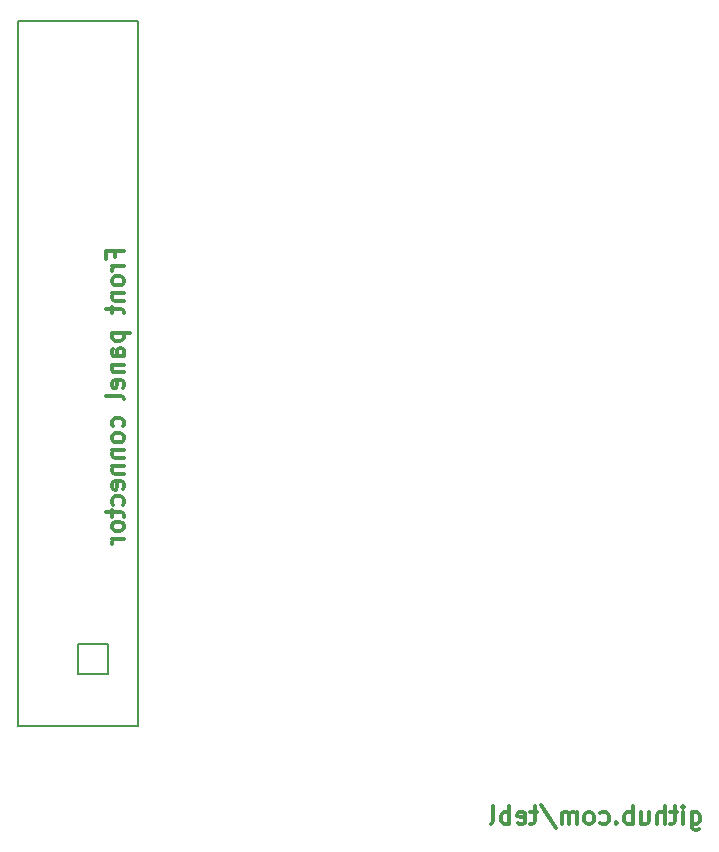
<source format=gbo>
G04 #@! TF.GenerationSoftware,KiCad,Pcbnew,(5.1.5)-3*
G04 #@! TF.CreationDate,2020-04-10T19:04:35+02:00*
G04 #@! TF.ProjectId,RC1802 UI,52433138-3032-4205-9549-2e6b69636164,rev?*
G04 #@! TF.SameCoordinates,Original*
G04 #@! TF.FileFunction,Legend,Bot*
G04 #@! TF.FilePolarity,Positive*
%FSLAX46Y46*%
G04 Gerber Fmt 4.6, Leading zero omitted, Abs format (unit mm)*
G04 Created by KiCad (PCBNEW (5.1.5)-3) date 2020-04-10 19:04:35*
%MOMM*%
%LPD*%
G04 APERTURE LIST*
%ADD10C,0.300000*%
%ADD11C,0.200000*%
G04 APERTURE END LIST*
D10*
X157967142Y-145093571D02*
X157967142Y-146307857D01*
X158038571Y-146450714D01*
X158110000Y-146522142D01*
X158252857Y-146593571D01*
X158467142Y-146593571D01*
X158610000Y-146522142D01*
X157967142Y-146022142D02*
X158110000Y-146093571D01*
X158395714Y-146093571D01*
X158538571Y-146022142D01*
X158610000Y-145950714D01*
X158681428Y-145807857D01*
X158681428Y-145379285D01*
X158610000Y-145236428D01*
X158538571Y-145165000D01*
X158395714Y-145093571D01*
X158110000Y-145093571D01*
X157967142Y-145165000D01*
X157252857Y-146093571D02*
X157252857Y-145093571D01*
X157252857Y-144593571D02*
X157324285Y-144665000D01*
X157252857Y-144736428D01*
X157181428Y-144665000D01*
X157252857Y-144593571D01*
X157252857Y-144736428D01*
X156752857Y-145093571D02*
X156181428Y-145093571D01*
X156538571Y-144593571D02*
X156538571Y-145879285D01*
X156467142Y-146022142D01*
X156324285Y-146093571D01*
X156181428Y-146093571D01*
X155681428Y-146093571D02*
X155681428Y-144593571D01*
X155038571Y-146093571D02*
X155038571Y-145307857D01*
X155110000Y-145165000D01*
X155252857Y-145093571D01*
X155467142Y-145093571D01*
X155610000Y-145165000D01*
X155681428Y-145236428D01*
X153681428Y-145093571D02*
X153681428Y-146093571D01*
X154324285Y-145093571D02*
X154324285Y-145879285D01*
X154252857Y-146022142D01*
X154110000Y-146093571D01*
X153895714Y-146093571D01*
X153752857Y-146022142D01*
X153681428Y-145950714D01*
X152967142Y-146093571D02*
X152967142Y-144593571D01*
X152967142Y-145165000D02*
X152824285Y-145093571D01*
X152538571Y-145093571D01*
X152395714Y-145165000D01*
X152324285Y-145236428D01*
X152252857Y-145379285D01*
X152252857Y-145807857D01*
X152324285Y-145950714D01*
X152395714Y-146022142D01*
X152538571Y-146093571D01*
X152824285Y-146093571D01*
X152967142Y-146022142D01*
X151610000Y-145950714D02*
X151538571Y-146022142D01*
X151610000Y-146093571D01*
X151681428Y-146022142D01*
X151610000Y-145950714D01*
X151610000Y-146093571D01*
X150252857Y-146022142D02*
X150395714Y-146093571D01*
X150681428Y-146093571D01*
X150824285Y-146022142D01*
X150895714Y-145950714D01*
X150967142Y-145807857D01*
X150967142Y-145379285D01*
X150895714Y-145236428D01*
X150824285Y-145165000D01*
X150681428Y-145093571D01*
X150395714Y-145093571D01*
X150252857Y-145165000D01*
X149395714Y-146093571D02*
X149538571Y-146022142D01*
X149610000Y-145950714D01*
X149681428Y-145807857D01*
X149681428Y-145379285D01*
X149610000Y-145236428D01*
X149538571Y-145165000D01*
X149395714Y-145093571D01*
X149181428Y-145093571D01*
X149038571Y-145165000D01*
X148967142Y-145236428D01*
X148895714Y-145379285D01*
X148895714Y-145807857D01*
X148967142Y-145950714D01*
X149038571Y-146022142D01*
X149181428Y-146093571D01*
X149395714Y-146093571D01*
X148252857Y-146093571D02*
X148252857Y-145093571D01*
X148252857Y-145236428D02*
X148181428Y-145165000D01*
X148038571Y-145093571D01*
X147824285Y-145093571D01*
X147681428Y-145165000D01*
X147610000Y-145307857D01*
X147610000Y-146093571D01*
X147610000Y-145307857D02*
X147538571Y-145165000D01*
X147395714Y-145093571D01*
X147181428Y-145093571D01*
X147038571Y-145165000D01*
X146967142Y-145307857D01*
X146967142Y-146093571D01*
X145181428Y-144522142D02*
X146467142Y-146450714D01*
X144895714Y-145093571D02*
X144324285Y-145093571D01*
X144681428Y-144593571D02*
X144681428Y-145879285D01*
X144610000Y-146022142D01*
X144467142Y-146093571D01*
X144324285Y-146093571D01*
X143252857Y-146022142D02*
X143395714Y-146093571D01*
X143681428Y-146093571D01*
X143824285Y-146022142D01*
X143895714Y-145879285D01*
X143895714Y-145307857D01*
X143824285Y-145165000D01*
X143681428Y-145093571D01*
X143395714Y-145093571D01*
X143252857Y-145165000D01*
X143181428Y-145307857D01*
X143181428Y-145450714D01*
X143895714Y-145593571D01*
X142538571Y-146093571D02*
X142538571Y-144593571D01*
X142538571Y-145165000D02*
X142395714Y-145093571D01*
X142110000Y-145093571D01*
X141967142Y-145165000D01*
X141895714Y-145236428D01*
X141824285Y-145379285D01*
X141824285Y-145807857D01*
X141895714Y-145950714D01*
X141967142Y-146022142D01*
X142110000Y-146093571D01*
X142395714Y-146093571D01*
X142538571Y-146022142D01*
X140967142Y-146093571D02*
X141110000Y-146022142D01*
X141181428Y-145879285D01*
X141181428Y-144593571D01*
D11*
X106045000Y-133350000D02*
X106045000Y-130810000D01*
X108585000Y-133350000D02*
X106045000Y-133350000D01*
X108585000Y-130810000D02*
X108585000Y-133350000D01*
X106045000Y-130810000D02*
X108585000Y-130810000D01*
X111125000Y-78105000D02*
X100965000Y-78105000D01*
X111125000Y-137795000D02*
X111125000Y-78105000D01*
X100965000Y-137795000D02*
X111125000Y-137795000D01*
D10*
X109112857Y-98069285D02*
X109112857Y-97569285D01*
X109898571Y-97569285D02*
X108398571Y-97569285D01*
X108398571Y-98283571D01*
X109898571Y-98855000D02*
X108898571Y-98855000D01*
X109184285Y-98855000D02*
X109041428Y-98926428D01*
X108970000Y-98997857D01*
X108898571Y-99140714D01*
X108898571Y-99283571D01*
X109898571Y-99997857D02*
X109827142Y-99855000D01*
X109755714Y-99783571D01*
X109612857Y-99712142D01*
X109184285Y-99712142D01*
X109041428Y-99783571D01*
X108970000Y-99855000D01*
X108898571Y-99997857D01*
X108898571Y-100212142D01*
X108970000Y-100355000D01*
X109041428Y-100426428D01*
X109184285Y-100497857D01*
X109612857Y-100497857D01*
X109755714Y-100426428D01*
X109827142Y-100355000D01*
X109898571Y-100212142D01*
X109898571Y-99997857D01*
X108898571Y-101140714D02*
X109898571Y-101140714D01*
X109041428Y-101140714D02*
X108970000Y-101212142D01*
X108898571Y-101355000D01*
X108898571Y-101569285D01*
X108970000Y-101712142D01*
X109112857Y-101783571D01*
X109898571Y-101783571D01*
X108898571Y-102283571D02*
X108898571Y-102855000D01*
X108398571Y-102497857D02*
X109684285Y-102497857D01*
X109827142Y-102569285D01*
X109898571Y-102712142D01*
X109898571Y-102855000D01*
X108898571Y-104497857D02*
X110398571Y-104497857D01*
X108970000Y-104497857D02*
X108898571Y-104640714D01*
X108898571Y-104926428D01*
X108970000Y-105069285D01*
X109041428Y-105140714D01*
X109184285Y-105212142D01*
X109612857Y-105212142D01*
X109755714Y-105140714D01*
X109827142Y-105069285D01*
X109898571Y-104926428D01*
X109898571Y-104640714D01*
X109827142Y-104497857D01*
X109898571Y-106497857D02*
X109112857Y-106497857D01*
X108970000Y-106426428D01*
X108898571Y-106283571D01*
X108898571Y-105997857D01*
X108970000Y-105855000D01*
X109827142Y-106497857D02*
X109898571Y-106355000D01*
X109898571Y-105997857D01*
X109827142Y-105855000D01*
X109684285Y-105783571D01*
X109541428Y-105783571D01*
X109398571Y-105855000D01*
X109327142Y-105997857D01*
X109327142Y-106355000D01*
X109255714Y-106497857D01*
X108898571Y-107212142D02*
X109898571Y-107212142D01*
X109041428Y-107212142D02*
X108970000Y-107283571D01*
X108898571Y-107426428D01*
X108898571Y-107640714D01*
X108970000Y-107783571D01*
X109112857Y-107855000D01*
X109898571Y-107855000D01*
X109827142Y-109140714D02*
X109898571Y-108997857D01*
X109898571Y-108712142D01*
X109827142Y-108569285D01*
X109684285Y-108497857D01*
X109112857Y-108497857D01*
X108970000Y-108569285D01*
X108898571Y-108712142D01*
X108898571Y-108997857D01*
X108970000Y-109140714D01*
X109112857Y-109212142D01*
X109255714Y-109212142D01*
X109398571Y-108497857D01*
X109898571Y-110069285D02*
X109827142Y-109926428D01*
X109684285Y-109855000D01*
X108398571Y-109855000D01*
X109827142Y-112426428D02*
X109898571Y-112283571D01*
X109898571Y-111997857D01*
X109827142Y-111855000D01*
X109755714Y-111783571D01*
X109612857Y-111712142D01*
X109184285Y-111712142D01*
X109041428Y-111783571D01*
X108970000Y-111855000D01*
X108898571Y-111997857D01*
X108898571Y-112283571D01*
X108970000Y-112426428D01*
X109898571Y-113283571D02*
X109827142Y-113140714D01*
X109755714Y-113069285D01*
X109612857Y-112997857D01*
X109184285Y-112997857D01*
X109041428Y-113069285D01*
X108970000Y-113140714D01*
X108898571Y-113283571D01*
X108898571Y-113497857D01*
X108970000Y-113640714D01*
X109041428Y-113712142D01*
X109184285Y-113783571D01*
X109612857Y-113783571D01*
X109755714Y-113712142D01*
X109827142Y-113640714D01*
X109898571Y-113497857D01*
X109898571Y-113283571D01*
X108898571Y-114426428D02*
X109898571Y-114426428D01*
X109041428Y-114426428D02*
X108970000Y-114497857D01*
X108898571Y-114640714D01*
X108898571Y-114855000D01*
X108970000Y-114997857D01*
X109112857Y-115069285D01*
X109898571Y-115069285D01*
X108898571Y-115783571D02*
X109898571Y-115783571D01*
X109041428Y-115783571D02*
X108970000Y-115855000D01*
X108898571Y-115997857D01*
X108898571Y-116212142D01*
X108970000Y-116355000D01*
X109112857Y-116426428D01*
X109898571Y-116426428D01*
X109827142Y-117712142D02*
X109898571Y-117569285D01*
X109898571Y-117283571D01*
X109827142Y-117140714D01*
X109684285Y-117069285D01*
X109112857Y-117069285D01*
X108970000Y-117140714D01*
X108898571Y-117283571D01*
X108898571Y-117569285D01*
X108970000Y-117712142D01*
X109112857Y-117783571D01*
X109255714Y-117783571D01*
X109398571Y-117069285D01*
X109827142Y-119069285D02*
X109898571Y-118926428D01*
X109898571Y-118640714D01*
X109827142Y-118497857D01*
X109755714Y-118426428D01*
X109612857Y-118355000D01*
X109184285Y-118355000D01*
X109041428Y-118426428D01*
X108970000Y-118497857D01*
X108898571Y-118640714D01*
X108898571Y-118926428D01*
X108970000Y-119069285D01*
X108898571Y-119497857D02*
X108898571Y-120069285D01*
X108398571Y-119712142D02*
X109684285Y-119712142D01*
X109827142Y-119783571D01*
X109898571Y-119926428D01*
X109898571Y-120069285D01*
X109898571Y-120783571D02*
X109827142Y-120640714D01*
X109755714Y-120569285D01*
X109612857Y-120497857D01*
X109184285Y-120497857D01*
X109041428Y-120569285D01*
X108970000Y-120640714D01*
X108898571Y-120783571D01*
X108898571Y-120997857D01*
X108970000Y-121140714D01*
X109041428Y-121212142D01*
X109184285Y-121283571D01*
X109612857Y-121283571D01*
X109755714Y-121212142D01*
X109827142Y-121140714D01*
X109898571Y-120997857D01*
X109898571Y-120783571D01*
X109898571Y-121926428D02*
X108898571Y-121926428D01*
X109184285Y-121926428D02*
X109041428Y-121997857D01*
X108970000Y-122069285D01*
X108898571Y-122212142D01*
X108898571Y-122355000D01*
D11*
X100965000Y-137795000D02*
X100965000Y-78105000D01*
M02*

</source>
